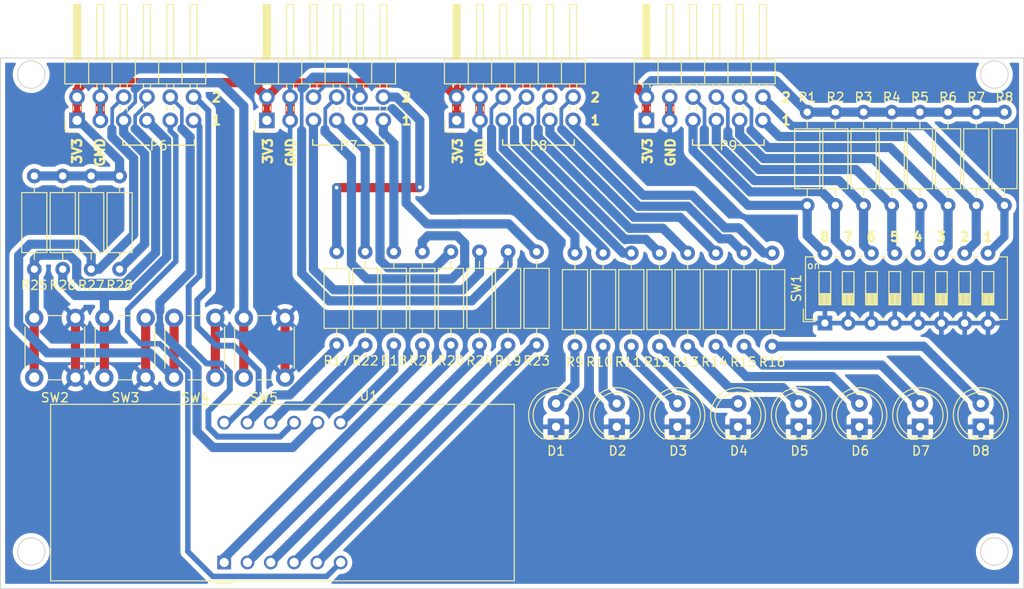
<source format=kicad_pcb>
(kicad_pcb (version 20211014) (generator pcbnew)
  (layers (0 "F.Cu" signal) (31 "B.Cu" signal) (34 "B.Paste" user) (35 "F.Paste" user) (36 "B.SilkS" user "B.Silkscreen") (37 "F.SilkS" user "F.Silkscreen") (38 "B.Mask" user) (39 "F.Mask" user) (44 "Edge.Cuts" user))
  (net 0 "")
  (net 1 "GND")
  (net 2 "Net-(D1-Pad2)")
  (net 3 "Net-(D2-Pad2)")
  (net 4 "Net-(D3-Pad2)")
  (net 5 "Net-(D4-Pad2)")
  (net 6 "Net-(D5-Pad2)")
  (net 7 "Net-(D6-Pad2)")
  (net 8 "Net-(D7-Pad2)")
  (net 9 "Net-(D8-Pad2)")
  (net 10 "/DISPLAY/1P6")
  (net 11 "/DISPLAY/2P6")
  (net 12 "/DISPLAY/3P6")
  (net 13 "/DISPLAY/4P6")
  (net 14 "/PIN_HEADER_8X4/5P6")
  (net 15 "/PIN_HEADER_8X4/6P6")
  (net 16 "/PIN_HEADER_8X4/7P6")
  (net 17 "/PIN_HEADER_8X4/8P6")
  (net 18 "+3V3")
  (net 19 "/DISPLAY/1P7")
  (net 20 "/DISPLAY/2P7")
  (net 21 "/DISPLAY/3P7")
  (net 22 "/DISPLAY/4P7")
  (net 23 "/DISPLAY/5P7")
  (net 24 "/DISPLAY/6P7")
  (net 25 "/DISPLAY/7P7")
  (net 26 "/DISPLAY/8P7")
  (net 27 "/LEDs/1P8")
  (net 28 "/LEDs/2P8")
  (net 29 "/LEDs/3P8")
  (net 30 "/LEDs/4P8")
  (net 31 "/LEDs/5P8")
  (net 32 "/LEDs/6P8")
  (net 33 "/LEDs/7P8")
  (net 34 "/LEDs/8P8")
  (net 35 "/DIP_SWITCH/1P9")
  (net 36 "/DIP_SWITCH/2P9")
  (net 37 "/DIP_SWITCH/3P9")
  (net 38 "/DIP_SWITCH/4P9")
  (net 39 "/DIP_SWITCH/5P9")
  (net 40 "/DIP_SWITCH/6P9")
  (net 41 "/DIP_SWITCH/7P9")
  (net 42 "/DIP_SWITCH/8P9")
  (net 43 "Net-(R17-Pad2)")
  (net 44 "Net-(R18-Pad2)")
  (net 45 "Net-(R19-Pad2)")
  (net 46 "Net-(R20-Pad2)")
  (net 47 "Net-(R21-Pad2)")
  (net 48 "Net-(R22-Pad2)")
  (net 49 "Net-(R23-Pad2)")
  (net 50 "Net-(R24-Pad2)")
  (footprint "Resistor_THT:R_Axial_DIN0207_L6.3mm_D2.5mm_P10.16mm_Horizontal" (layer "F.Cu") (at 175.78 114.46 -90)
    (fp_text reference "R16")
    (fp_text value "2.2K" hide)
  )
  (footprint "Resistor_THT:R_Axial_DIN0207_L6.3mm_D2.5mm_P10.16mm_Horizontal" (layer "F.Cu") (at 131.414285 114.32 -90)
    (fp_text reference "R22")
    (fp_text value "1K" hide)
  )
  (footprint "Button_Switch_THT:SW_PUSH_6mm" (layer "F.Cu") (at 122.68 121.53 -90)
    (fp_text reference "SW5")
    (fp_text value "SW_Push" hide)
  )
  (footprint "Resistor_THT:R_Axial_DIN0207_L6.3mm_D2.5mm_P10.16mm_Horizontal" (layer "F.Cu") (at 169.63714 114.46 -90)
    (fp_text reference "R14")
    (fp_text value "2.2K" hide)
  )
  (footprint "Resistor_THT:R_Axial_DIN0207_L6.3mm_D2.5mm_P10.16mm_Horizontal" (layer "F.Cu") (at 163.494284 114.46 -90)
    (fp_text reference "R12")
    (fp_text value "2.2K" hide)
  )
  (footprint "LED_THT:LED_D5.0mm" (layer "F.Cu") (at 198.52 133.405 90)
    (fp_text reference "D8")
    (fp_text value "LED" hide)
  )
  (footprint "LED_THT:LED_D5.0mm" (layer "F.Cu") (at 172.062855 133.405 90)
    (fp_text reference "D4")
    (fp_text value "LED" hide)
  )
  (footprint "Connector_PinHeader_2.54mm:PinHeader_2x06_P2.54mm_Horizontal" (layer "F.Cu") (at 141.38 100 90)
    (fp_text reference "J3" hide)
    (fp_text value locked "P8")
  )
  (footprint "Resistor_THT:R_Axial_DIN0207_L6.3mm_D2.5mm_P10.16mm_Horizontal" (layer "F.Cu") (at 137.642855 114.32 -90)
    (fp_text reference "R21")
    (fp_text value "1K" hide)
  )
  (footprint "Resistor_THT:R_Axial_DIN0207_L6.3mm_D2.5mm_P10.16mm_Horizontal" (layer "F.Cu") (at 104.64 106.06 -90)
    (fp_text reference "R28")
    (fp_text value "1K" hide)
  )
  (footprint "Resistor_THT:R_Axial_DIN0207_L6.3mm_D2.5mm_P10.16mm_Horizontal" (layer "F.Cu") (at 134.52857 114.32 -90)
    (fp_text reference "R18")
    (fp_text value "1K" hide)
  )
  (footprint "Resistor_THT:R_Axial_DIN0207_L6.3mm_D2.5mm_P10.16mm_Horizontal" (layer "F.Cu") (at 160.422856 114.46 -90)
    (fp_text reference "R11")
    (fp_text value "2.2K" hide)
  )
  (footprint "LED_THT:LED_D5.0mm" (layer "F.Cu") (at 191.90571 133.405 90)
    (fp_text reference "D7")
    (fp_text value "LED" hide)
  )
  (footprint "Resistor_THT:R_Axial_DIN0207_L6.3mm_D2.5mm_P10.16mm_Horizontal" (layer "F.Cu") (at 150.1 114.32 -90)
    (fp_text reference "R23")
    (fp_text value "1K" hide)
  )
  (footprint "Resistor_THT:R_Axial_DIN0207_L6.3mm_D2.5mm_P10.16mm_Horizontal" (layer "F.Cu") (at 188.814284 99.1 -90)
    (fp_text reference "R4")
    (fp_text value "1K" hide)
  )
  (footprint "Resistor_THT:R_Axial_DIN0207_L6.3mm_D2.5mm_P10.16mm_Horizontal" (layer "F.Cu") (at 172.708568 114.46 -90)
    (fp_text reference "R15")
    (fp_text value "2.2K" hide)
  )
  (footprint "Resistor_THT:R_Axial_DIN0207_L6.3mm_D2.5mm_P10.16mm_Horizontal" (layer "F.Cu") (at 185.742856 99.1 -90)
    (fp_text reference "R3")
    (fp_text value "1K" hide)
  )
  (footprint "Connector_PinHeader_2.54mm:PinHeader_2x06_P2.54mm_Horizontal" (layer "F.Cu") (at 100 100 90)
    (fp_text reference "J1" hide)
    (fp_text value locked "P6")
  )
  (footprint "LED_THT:LED_D5.0mm" (layer "F.Cu") (at 158.834285 133.405 90)
    (fp_text reference "D2")
    (fp_text value "LED" hide)
  )
  (footprint "Resistor_THT:R_Axial_DIN0207_L6.3mm_D2.5mm_P10.16mm_Horizontal" (layer "F.Cu") (at 146.98571 114.32 -90)
    (fp_text reference "R19")
    (fp_text value "1K" hide)
  )
  (footprint "Display_7Segment:CA56-12CGKWA" (layer "F.Cu") (at 116.04 148.1925 90)
    (fp_text reference "U1")
    (fp_text value "CA56-12CGKWA" hide)
  )
  (footprint "Button_Switch_THT:SW_PUSH_6mm" (layer "F.Cu") (at 115.08 121.53 -90)
    (fp_text reference "SW4")
    (fp_text value "SW_Push" hide)
  )
  (footprint "Resistor_THT:R_Axial_DIN0207_L6.3mm_D2.5mm_P10.16mm_Horizontal" (layer "F.Cu") (at 198.028568 99.1 -90)
    (fp_text reference "R7")
    (fp_text value "1K" hide)
  )
  (footprint "Resistor_THT:R_Axial_DIN0207_L6.3mm_D2.5mm_P10.16mm_Horizontal" (layer "F.Cu") (at 95.34 106.06 -90)
    (fp_text reference "R25")
    (fp_text value "1K" hide)
  )
  (footprint "Resistor_THT:R_Axial_DIN0207_L6.3mm_D2.5mm_P10.16mm_Horizontal" (layer "F.Cu") (at 194.95714 99.1 -90)
    (fp_text reference "R6")
    (fp_text value "1K" hide)
  )
  (footprint "Resistor_THT:R_Axial_DIN0207_L6.3mm_D2.5mm_P10.16mm_Horizontal" (layer "F.Cu") (at 157.351428 114.46 -90)
    (fp_text reference "R10")
    (fp_text value "2.2K" hide)
  )
  (footprint "Connector_PinHeader_2.54mm:PinHeader_2x06_P2.54mm_Horizontal" (layer "F.Cu") (at 120.69 100 90)
    (fp_text reference "J2" hide)
    (fp_text value locked "P7")
  )
  (footprint "Resistor_THT:R_Axial_DIN0207_L6.3mm_D2.5mm_P10.16mm_Horizontal" (layer "F.Cu") (at 179.6 99.1 -90)
    (fp_text reference "R1")
    (fp_text value "1K" hide)
  )
  (footprint "Resistor_THT:R_Axial_DIN0207_L6.3mm_D2.5mm_P10.16mm_Horizontal" (layer "F.Cu") (at 101.54 106.06 -90)
    (fp_text reference "R27")
    (fp_text value "1K" hide)
  )
  (footprint "Resistor_THT:R_Axial_DIN0207_L6.3mm_D2.5mm_P10.16mm_Horizontal" (layer "F.Cu") (at 182.671428 99.1 -90)
    (fp_text reference "R2")
    (fp_text value "1K" hide)
  )
  (footprint "Resistor_THT:R_Axial_DIN0207_L6.3mm_D2.5mm_P10.16mm_Horizontal" (layer "F.Cu") (at 191.885712 99.1 -90)
    (fp_text reference "R5")
    (fp_text value "1K" hide)
  )
  (footprint "Connector_PinHeader_2.54mm:PinHeader_2x06_P2.54mm_Horizontal" (layer "F.Cu") (at 162.07 100 90)
    (fp_text reference "J4" hide)
    (fp_text value locked "P9")
  )
  (footprint "LED_THT:LED_D5.0mm" (layer "F.Cu") (at 178.67714 133.405 90)
    (fp_text reference "D5")
    (fp_text value "LED" hide)
  )
  (footprint "Resistor_THT:R_Axial_DIN0207_L6.3mm_D2.5mm_P10.16mm_Horizontal" (layer "F.Cu") (at 166.565712 114.46 -90)
    (fp_text reference "R13")
    (fp_text value "2.2K" hide)
  )
  (footprint "Resistor_THT:R_Axial_DIN0207_L6.3mm_D2.5mm_P10.16mm_Horizontal" (layer "F.Cu") (at 143.871425 114.32 -90)
    (fp_text reference "R24")
    (fp_text value "1K" hide)
  )
  (footprint "Resistor_THT:R_Axial_DIN0207_L6.3mm_D2.5mm_P10.16mm_Horizontal" (layer "F.Cu") (at 154.28 114.46 -90)
    (fp_text reference "R9")
    (fp_text value "2.2K" hide)
  )
  (footprint "Resistor_THT:R_Axial_DIN0207_L6.3mm_D2.5mm_P10.16mm_Horizontal" (layer "F.Cu") (at 128.3 114.32 -90)
    (fp_text reference "R17")
    (fp_text value "1K" hide)
  )
  (footprint "Button_Switch_THT:SW_DIP_SPSTx08_Slide_6.7x21.88mm_W7.62mm_P2.54mm_LowProfile" (layer "F.Cu") (at 181.525 122.1 90)
    (fp_text reference "SW1")
    (fp_text value "SW_DIP_x08" hide)
  )
  (footprint "Resistor_THT:R_Axial_DIN0207_L6.3mm_D2.5mm_P10.16mm_Horizontal" (layer "F.Cu") (at 98.44 106.06 -90)
    (fp_text reference "R26")
    (fp_text value "1K" hide)
  )
  (footprint "Button_Switch_THT:SW_PUSH_6mm" (layer "F.Cu") (at 107.48 121.53 -90)
    (fp_text reference "SW3")
    (fp_text value "SW_Push" hide)
  )
  (footprint "Button_Switch_THT:SW_PUSH_6mm" (layer "F.Cu") (at 99.83 121.53 -90)
    (fp_text reference "SW2")
    (fp_text value "SW_Push" hide)
  )
  (footprint "Resistor_THT:R_Axial_DIN0207_L6.3mm_D2.5mm_P10.16mm_Horizontal" (layer "F.Cu") (at 140.75714 114.32 -90)
    (fp_text reference "R20")
    (fp_text value "1K" hide)
  )
  (footprint "Resistor_THT:R_Axial_DIN0207_L6.3mm_D2.5mm_P10.16mm_Horizontal" (layer "F.Cu") (at 201.1 99.1 -90)
    (fp_text reference "R8")
    (fp_text value "1K" hide)
  )
  (footprint "LED_THT:LED_D5.0mm" (layer "F.Cu") (at 185.291425 133.405 90)
    (fp_text reference "D6")
    (fp_text value "LED" hide)
  )
  (footprint "LED_THT:LED_D5.0mm" (layer "F.Cu") (at 152.22 133.405 90)
    (fp_text reference "D1")
    (fp_text value "LED" hide)
  )
  (footprint "LED_THT:LED_D5.0mm" (layer "F.Cu") (at 165.44857 133.405 90)
    (fp_text reference "D3")
    (fp_text value "LED" hide)
  )
  (gr_line locked (start 146.4 102.1) (end 146.4 102.7) (layer "F.SilkS") (width 0.15))
  (gr_line locked (start 146.4 102.7) (end 149.3 102.7) (layer "F.SilkS") (width 0.15))
  (gr_line locked (start 167.1 102.1) (end 167.1 102.7) (layer "F.SilkS") (width 0.15))
  (gr_line locked (start 125.7 102.7) (end 128.6 102.7) (layer "F.SilkS") (width 0.15))
  (gr_line locked (start 105 102.7) (end 107.9 102.7) (layer "F.SilkS") (width 0.15))
  (gr_line locked (start 130.6 102.7) (end 133.5 102.7) (layer "F.SilkS") (width 0.15))
  (gr_line locked (start 112.8 102.7) (end 112.8 102.1) (layer "F.SilkS") (width 0.15))
  (gr_line locked (start 133.5 102.7) (end 133.5 102.1) (layer "F.SilkS") (width 0.15))
  (gr_line locked (start 174.9 102.7) (end 174.9 102.1) (layer "F.SilkS") (width 0.15))
  (gr_line locked (start 172 102.7) (end 174.9 102.7) (layer "F.SilkS") (width 0.15))
  (gr_line locked (start 105 102.1) (end 105 102.7) (layer "F.SilkS") (width 0.15))
  (gr_line locked (start 151.3 102.7) (end 154.2 102.7) (layer "F.SilkS") (width 0.15))
  (gr_line locked (start 167.1 102.7) (end 170 102.7) (layer "F.SilkS") (width 0.15))
  (gr_line locked (start 154.2 102.7) (end 154.2 102.1) (layer "F.SilkS") (width 0.15))
  (gr_line locked (start 109.9 102.7) (end 112.8 102.7) (layer "F.SilkS") (width 0.15))
  (gr_line locked (start 125.7 102.1) (end 125.7 102.7) (layer "F.SilkS") (width 0.15))
  (gr_circle (center 200 95) (end 201.5 95) (layer "Edge.Cuts") (width 0.1) (fill none))
  (gr_circle (center 95 147) (end 96.5 147) (layer "Edge.Cuts") (width 0.1) (fill none))
  (gr_rect (start 91.65 151.03) (end 203.2 93.2) (layer "Edge.Cuts") (width 0.1) (fill none))
  (gr_circle (center 95 95) (end 96.5 95) (layer "Edge.Cuts") (width 0.1) (fill none))
  (gr_circle (center 200 147) (end 201.5 147) (layer "Edge.Cuts") (width 0.1) (fill none))
  (gr_text "1" (at 199.3 112.7) (layer "F.SilkS") (effects (font (size 1 1) (thickness 0.25))))
  (gr_text "1" (at 177.3 100) (layer "F.SilkS") (effects (font (size 1 1) (thickness 0.25))))
  (gr_text "3V3" (at 162.2 103.338453 90) (layer "F.SilkS") (effects (font (size 1 1) (thickness 0.25))))
  (gr_text "4" (at 191.671428 112.7) (layer "F.SilkS") (effects (font (size 1 1) (thickness 0.25))))
  (gr_text "GND" (at 102.5 103.48131 90) (layer "F.SilkS") (effects (font (size 1 1) (thickness 0.25))))
  (gr_text "6" (at 186.585714 112.7) (layer "F.SilkS") (effects (font (size 1 1) (thickness 0.25))))
  (gr_text "3V3" (at 141.5 103.338453 90) (layer "F.SilkS") (effects (font (size 1 1) (thickness 0.25))))
  (gr_text "7" (at 184.042857 112.7) (layer "F.SilkS") (effects (font (size 1 1) (thickness 0.25))))
  (gr_text "8" (at 181.5 112.7) (layer "F.SilkS") (effects (font (size 1 1) (thickness 0.25))))
  (gr_text "GND" (at 144 103.48131 90) (layer "F.SilkS") (effects (font (size 1 1) (thickness 0.25))))
  (gr_text "2" (at 156.5 97.5) (layer "F.SilkS") (effects (font (size 1 1) (thickness 0.25))))
  (gr_text "2" (at 135.9 97.5) (layer "F.SilkS") (effects (font (size 1 1) (thickness 0.25))))
  (gr_text "2" (at 196.757142 112.7) (layer "F.SilkS") (effects (font (size 1 1) (thickness 0.25))))
  (gr_text "5" (at 189.128571 112.7) (layer "F.SilkS") (effects (font (size 1 1) (thickness 0.25))))
  (gr_text "1" (at 115.2 100) (layer "F.SilkS") (effects (font (size 1 1) (thickness 0.25))))
  (gr_text "3V3" (at 120.8 103.338453 90) (layer "F.SilkS") (effects (font (size 1 1) (thickness 0.25))))
  (gr_text "1" (at 135.9 100) (layer "F.SilkS") (effects (font (size 1 1) (thickness 0.25))))
  (gr_text "GND" (at 123.3 103.48131 90) (layer "F.SilkS") (effects (font (size 1 1) (thickness 0.25))))
  (gr_text "2" (at 115.2 97.5) (layer "F.SilkS") (effects (font (size 1 1) (thickness 0.25))))
  (gr_text "GND" (at 164.7 103.48131 90) (layer "F.SilkS") (effects (font (size 1 1) (thickness 0.25))))
  (gr_text "3V3" (at 100 103.338453 90) (layer "F.SilkS") (effects (font (size 1 1) (thickness 0.25))))
  (gr_text "3" (at 194.214285 112.7) (layer "F.SilkS") (effects (font (size 1 1) (thickness 0.25))))
  (gr_text "2" (at 177.3 97.5) (layer "F.SilkS") (effects (font (size 1 1) (thickness 0.25))))
  (gr_text "1" (at 156.5 100) (layer "F.SilkS") (effects (font (size 1 1) (thickness 0.25))))
  (segment (start 102.54 97.46) (end 102.54 100) (width 1) (layer "F.Cu") (net 1))
  (segment (start 99.83 121.53) (end 99.83 128.03) (width 1) (layer "F.Cu") (net 1))
  (segment (start 107.48 128.03) (end 107.48 121.53) (width 1) (layer "F.Cu") (net 1))
  (segment (start 164.61 100) (end 164.61 97.46) (width 1) (layer "F.Cu") (net 1))
  (segment (start 143.92 100) (end 143.92 97.46) (width 1) (layer "F.Cu") (net 1))
  (segment (start 122.68 128.03) (end 122.68 121.53) (width 1) (layer "F.Cu") (net 1))
  (segment (start 123.23 97.46) (end 123.23 100) (width 1) (layer "F.Cu") (net 1))
  (segment (start 115.08 121.53) (end 115.08 128.03) (width 1) (layer "F.Cu") (net 1))
  (segment (start 154.28 124.62) (end 154.28 128.805) (width 1) (layer "B.Cu") (net 2))
  (segment (start 154.28 128.805) (end 152.22 130.865) (width 1) (layer "B.Cu") (net 2))
  (segment (start 157.351428 129.382143) (end 158.834285 130.865) (width 1) (layer "B.Cu") (net 3))
  (segment (start 157.351428 124.62) (end 157.351428 129.382143) (width 1) (layer "B.Cu") (net 3))
  (segment (start 160.422856 125.839286) (end 165.44857 130.865) (width 1) (layer "B.Cu") (net 4))
  (segment (start 160.422856 124.62) (end 160.422856 125.839286) (width 1) (layer "B.Cu") (net 4))
  (segment (start 169.739284 130.865) (end 172.062855 130.865) (width 1) (layer "B.Cu") (net 5))
  (segment (start 163.494284 124.62) (end 169.739284 130.865) (width 1) (layer "B.Cu") (net 5))
  (segment (start 166.565712 124.62) (end 171.075712 129.13) (width 1) (layer "B.Cu") (net 6))
  (segment (start 176.94214 129.13) (end 178.67714 130.865) (width 1) (layer "B.Cu") (net 6))
  (segment (start 171.075712 129.13) (end 176.94214 129.13) (width 1) (layer "B.Cu") (net 6))
  (segment (start 169.63714 124.62) (end 172.94714 127.93) (width 1) (layer "B.Cu") (net 7))
  (segment (start 182.356425 127.93) (end 185.291425 130.865) (width 1) (layer "B.Cu") (net 7))
  (segment (start 172.94714 127.93) (end 182.356425 127.93) (width 1) (layer "B.Cu") (net 7))
  (segment (start 187.71071 126.67) (end 191.90571 130.865) (width 1) (layer "B.Cu") (net 8))
  (segment (start 172.708568 124.62) (end 174.758568 126.67) (width 1) (layer "B.Cu") (net 8))
  (segment (start 174.758568 126.67) (end 187.71071 126.67) (width 1) (layer "B.Cu") (net 8))
  (segment (start 192.275 124.62) (end 198.52 130.865) (width 1) (layer "B.Cu") (net 9))
  (segment (start 175.78 124.62) (end 192.275 124.62) (width 1) (layer "B.Cu") (net 9))
  (segment (start 113.355 100.655) (end 113.355 116.944568) (width 0.65) (layer "B.Cu") (net 10))
  (segment (start 115.33 134.48) (end 122.1325 134.48) (width 0.65) (layer "B.Cu") (net 10))
  (segment (start 114.32 131.7) (end 114.32 133.47) (width 0.65) (layer "B.Cu") (net 10))
  (segment (start 122.1325 134.48) (end 123.66 132.9525) (width 0.65) (layer "B.Cu") (net 10))
  (segment (start 115.711676 126.505) (end 116.655 127.448324) (width 0.65) (layer "B.Cu") (net 10))
  (segment (start 112.17 118.129568) (end 112.17 124.55) (width 0.65) (layer "B.Cu") (net 10))
  (segment (start 112.17 124.55) (end 114.125 126.505) (width 0.65) (layer "B.Cu") (net 10))
  (segment (start 112.7 100) (end 113.355 100.655) (width 0.65) (layer "B.Cu") (net 10))
  (segment (start 114.125 126.505) (end 115.711676 126.505) (width 0.65) (layer "B.Cu") (net 10))
  (segment (start 116.655 129.365) (end 114.32 131.7) (width 0.65) (layer "B.Cu") (net 10))
  (segment (start 116.655 127.448324) (end 116.655 129.365) (width 0.65) (layer "B.Cu") (net 10))
  (segment (start 114.32 133.47) (end 115.33 134.48) (width 0.65) (layer "B.Cu") (net 10))
  (segment (start 113.355 116.944568) (end 112.17 118.129568) (width 0.65) (layer "B.Cu") (net 10))
  (segment (start 113.11 122.5) (end 115.17 124.56) (width 0.65) (layer "B.Cu") (net 11))
  (segment (start 112.84 97.46) (end 114.305 98.925) (width 0.65) (layer "B.Cu") (net 11))
  (segment (start 116.4975 132.9525) (end 116.04 132.9525) (width 0.65) (layer "B.Cu") (net 11))
  (segment (start 119.8 129.65) (end 116.4975 132.9525) (width 0.65) (layer "B.Cu") (net 11))
  (segment (start 114.305 118.395) (end 113.11 119.59) (width 0.65) (layer "B.Cu") (net 11))
  (segment (start 115.17 124.56) (end 117.08 124.56) (width 0.65) (layer "B.Cu") (net 11))
  (segment (start 114.305 98.925) (end 114.305 118.395) (width 0.65) (layer "B.Cu") (net 11))
  (segment (start 113.11 119.59) (end 113.11 122.5) (width 0.65) (layer "B.Cu") (net 11))
  (segment (start 119.8 127.28) (end 119.8 129.65) (width 0.65) (layer "B.Cu") (net 11))
  (segment (start 112.7 97.46) (end 112.84 97.46) (width 0.65) (layer "B.Cu") (net 11))
  (segment (start 117.08 124.56) (end 119.8 127.28) (width 0.65) (layer "B.Cu") (net 11))
  (segment (start 109.021321 124.35) (end 112.08 127.408679) (width 0.6) (layer "B.Cu") (net 12))
  (segment (start 110.16 101.125786) (end 110.770001 101.735787) (width 0.6) (layer "B.Cu") (net 12))
  (segment (start 112.08 127.408679) (end 112.08 147) (width 0.6) (layer "B.Cu") (net 12))
  (segment (start 114.79 149.71) (end 127.2225 149.71) (width 0.6) (layer "B.Cu") (net 12))
  (segment (start 110.770001 115.369999) (end 105.52 120.62) (width 0.6) (layer "B.Cu") (net 12))
  (segment (start 112.08 147) (end 114.79 149.71) (width 0.6) (layer "B.Cu") (net 12))
  (segment (start 106.91 124.35) (end 109.021321 124.35) (width 0.6) (layer "B.Cu") (net 12))
  (segment (start 110.16 100) (end 110.16 101.125786) (width 0.6) (layer "B.Cu") (net 12))
  (segment (start 127.2225 149.71) (end 128.74 148.1925) (width 0.6) (layer "B.Cu") (net 12))
  (segment (start 110.770001 101.735787) (end 110.770001 115.369999) (width 0.6) (layer "B.Cu") (net 12))
  (segment (start 105.52 122.96) (end 106.91 124.35) (width 0.6) (layer "B.Cu") (net 12))
  (segment (start 105.52 120.62) (end 105.52 122.96) (width 0.6) (layer "B.Cu") (net 12))
  (segment (start 110.16 97.46) (end 111.423984 98.723984) (width 0.4) (layer "B.Cu") (net 13))
  (segment (start 126.2 132.9525) (end 123.4925 135.66) (width 1) (layer "B.Cu") (net 13))
  (segment (start 111.423984 100.916016) (end 112.33 101.822032) (width 1) (layer "B.Cu") (net 13))
  (segment (start 111.423984 98.723984) (end 111.423984 100.916016) (width 0.4) (layer "B.Cu") (net 13))
  (segment (start 113.08 133.93) (end 113.080001 126.994466) (width 1) (layer "B.Cu") (net 13))
  (segment (start 112.33 116.52) (end 109.03 119.82) (width 1) (layer "B.Cu") (net 13))
  (segment (start 112.33 101.822032) (end 112.33 116.52) (width 1) (layer "B.Cu") (net 13))
  (segment (start 109.03 120.78) (end 109.03 122.29) (width 0.7) (layer "B.Cu") (net 13))
  (segment (start 123.4925 135.66) (end 114.81 135.66) (width 1) (layer "B.Cu") (net 13))
  (segment (start 113.080001 126.994466) (end 108.982918 122.897383) (width 1) (layer "B.Cu") (net 13))
  (segment (start 109.03 119.82) (end 109.03 120.78) (width 1) (layer "B.Cu") (net 13))
  (segment (start 108.982918 122.897383) (end 108.982918 122.337082) (width 1) (layer "B.Cu") (net 13))
  (segment (start 114.81 135.66) (end 113.08 133.93) (width 1) (layer "B.Cu") (net 13))
  (segment (start 109.03 122.29) (end 108.982918 122.337082) (width 0.6) (layer "B.Cu") (net 13))
  (segment (start 102.98 121.53) (end 102.98 128.03) (width 1) (layer "F.Cu") (net 14))
  (segment (start 109.77 102.15) (end 109.77 114.908377) (width 1) (layer "B.Cu") (net 14))
  (segment (start 105.588377 119.09) (end 103.1 119.09) (width 1) (layer "B.Cu") (net 14))
  (segment (start 98.44 117.74) (end 98.44 116.22) (width 1) (layer "B.Cu") (net 14))
  (segment (start 99.79 119.09) (end 98.44 117.74) (width 1) (layer "B.Cu") (net 14))
  (segment (start 102.98 119.21) (end 102.98 121.53) (width 1) (layer "B.Cu") (net 14))
  (segment (start 107.62 100) (end 109.77 102.15) (width 1) (layer "B.Cu") (net 14))
  (segment (start 109.77 114.908377) (end 105.588377 119.09) (width 1) (layer "B.Cu") (net 14))
  (segment (start 103.1 119.09) (end 102.98 119.21) (width 1) (layer "B.Cu") (net 14))
  (segment (start 103.1 119.09) (end 99.79 119.09) (width 1) (layer "B.Cu") (net 14))
  (segment (start 95.33 128.03) (end 95.33 121.53) (width 1) (layer "F.Cu") (net 15))
  (segment (start 108.57 114.411321) (end 108.57 103.16) (width 1) (layer "B.Cu") (net 15))
  (segment (start 99.96 115.49) (end 99.96 117.12) (width 1) (layer "B.Cu") (net 15))
  (segment (start 106.33 99.51) (end 106.33 100.92) (width 0.4) (layer "B.Cu") (net 15))
  (segment (start 95.34 116.22) (end 95.34 121.52) (width 1) (layer "B.Cu") (net 15))
  (segment (start 107.62 97.46) (end 107.62 98.22) (width 0.4) (layer "B.Cu") (net 15))
  (segment (start 95.82 114.7) (end 99.17 114.7) (width 1) (layer "B.Cu") (net 15))
  (segment (start 95.34 116.22) (end 95.34 115.18) (width 1) (layer "B.Cu") (net 15))
  (segment (start 95.34 121.52) (end 95.33 121.53) (width 1) (layer "B.Cu") (net 15))
  (segment (start 100.6 117.76) (end 105.221321 117.76) (width 1) (layer "B.Cu") (net 15))
  (segment (start 105.221321 117.76) (end 108.57 114.411321) (width 1) (layer "B.Cu") (net 15))
  (segment (start 99.17 114.7) (end 99.96 115.49) (width 1) (layer "B.Cu") (net 15))
  (segment (start 95.34 115.18) (end 95.82 114.7) (width 1) (layer "B.Cu") (net 15))
  (segment (start 99.96 117.12) (end 100.6 117.76) (width 1) (layer "B.Cu") (net 15))
  (segment (start 107.62 98.22) (end 106.33 99.51) (width 0.4) (layer "B.Cu") (net 15))
  (segment (start 108.57 103.16) (end 106.33 100.92) (width 1) (layer "B.Cu") (net 15))
  (segment (start 118.18 121.53) (end 118.18 128.03) (width 1) (layer "F.Cu") (net 16))
  (segment (start 118.18 118.84) (end 118.18 98.44) (width 1) (layer "B.Cu") (net 16))
  (segment (start 115.63 95.89) (end 106.997968 95.89) (width 1) (layer "B.Cu") (net 16))
  (segment (start 118.18 98.44) (end 115.63 95.89) (width 1) (layer "B.Cu") (net 16))
  (segment (start 107.37 103.657056) (end 107.37 113.49) (width 1) (layer "B.Cu") (net 16))
  (segment (start 105.08 100) (end 105.08 101.367056) (width 1) (layer "B.Cu") (net 16))
  (segment (start 106.997968 95.89) (end 106.343984 96.543984) (width 1) (layer "B.Cu") (net 16))
  (segment (start 118.18 118.84) (end 118.18 121.53) (width 1) (layer "B.Cu") (net 16))
  (segment (start 105.08 100) (end 105.08 99.267767) (width 0.4) (layer "B.Cu") (net 16))
  (segment (start 105.08 101.367056) (end 107.37 103.657056) (width 1) (layer "B.Cu") (net 16))
  (segment (start 105.08 99.267767) (end 106.343984 98.003783) (width 0.4) (layer "B.Cu") (net 16))
  (segment (start 107.37 113.49) (end 104.64 116.22) (width 1) (layer "B.Cu") (net 16))
  (segment (start 106.343984 98.003783) (end 106.343984 96.543984) (width 0.4) (layer "B.Cu") (net 16))
  (segment (start 110.58 128.03) (end 110.58 121.53) (width 1) (layer "F.Cu") (net 17))
  (segment (start 107.9 125.35) (end 110.58 128.03) (width 1) (layer "B.Cu") (net 17))
  (segment (start 101.54 116.22) (end 102.39 116.22) (width 1) (layer "B.Cu") (net 17))
  (segment (start 105.08 97.46) (end 103.83 98.71) (width 0.4) (layer "B.Cu") (net 17))
  (segment (start 103.83 100.902032) (end 103.801016 100.931016) (width 0.4) (layer "B.Cu") (net 17))
  (segment (start 103.801016 101.785128) (end 103.801016 100.931016) (width 1) (layer "B.Cu") (net 17))
  (segment (start 100.28 113.5) (end 94.86 113.5) (width 1) (layer "B.Cu") (net 17))
  (segment (start 106.17 104.154112) (end 103.801016 101.785128) (width 1) (layer "B.Cu") (net 17))
  (segment (start 94.86 113.5) (end 93.63 114.73) (width 1) (layer "B.Cu") (net 17))
  (segment (start 93.63 122.234164) (end 96.745836 125.35) (width 1) (layer "B.Cu") (net 17))
  (segment (start 96.745836 125.35) (end 107.9 125.35) (width 1) (layer "B.Cu") (net 17))
  (segment (start 101.54 114.76) (end 100.28 113.5) (width 1) (layer "B.Cu") (net 17))
  (segment (start 103.83 98.71) (end 103.83 100.902032) (width 0.4) (layer "B.Cu") (net 17))
  (segment (start 93.63 114.73) (end 93.63 122.234164) (width 1) (layer "B.Cu") (net 17))
  (segment (start 101.54 116.22) (end 101.54 114.76) (width 1) (layer "B.Cu") (net 17))
  (segment (start 102.39 116.22) (end 106.17 112.44) (width 1) (layer "B.Cu") (net 17))
  (segment (start 106.17 112.44) (end 106.17 104.154112) (width 1) (layer "B.Cu") (net 17))
  (segment (start 139.83 95.91) (end 141.38 97.46) (width 1) (layer "F.Cu") (net 18))
  (segment (start 142.17 95.91) (end 160.52 95.91) (width 1) (layer "F.Cu") (net 18))
  (segment (start 141.38 96.7) (end 142.17 95.91) (width 1) (layer "F.Cu") (net 18))
  (segment (start 141.38 97.46) (end 141.38 96.7) (width 1) (layer "F.Cu") (net 18))
  (segment (start 119.11 95.88) (end 120.69 97.46) (width 1) (layer "F.Cu") (net 18))
  (segment (start 122.24 95.91) (end 139.83 95.91) (width 1) (layer "F.Cu") (net 18))
  (segment (start 120.69 100) (end 120.69 97.46) (width 1) (layer "F.Cu") (net 18))
  (segment (start 162.07 97.46) (end 162.07 100) (width 1) (layer "F.Cu") (net 18))
  (segment (start 100.77 95.88) (end 119.11 95.88) (width 1) (layer "F.Cu") (net 18))
  (segment (start 141.38 100) (end 141.38 97.46) (width 1) (layer "F.Cu") (net 18))
  (segment (start 100 96.65) (end 100.77 95.88) (width 1) (layer "F.Cu") (net 18))
  (segment (start 120.69 97.46) (end 122.24 95.91) (width 1) (layer "F.Cu") (net 18))
  (segment (start 100 97.46) (end 100 96.65) (width 1) (layer "F.Cu") (net 18))
  (segment (start 160.52 95.91) (end 162.07 97.46) (width 1) (layer "F.Cu") (net 18))
  (segment (start 100 97.46) (end 100 100) (width 1) (layer "F.Cu") (net 18))
  (segment (start 104.64 106.06) (end 95.34 106.06) (width 1) (layer "B.Cu") (net 18))
  (segment (start 162.07 96.21) (end 162.61 95.67) (width 1) (layer "B.Cu") (net 18))
  (segment (start 100 100) (end 100.23 100) (width 1) (layer "B.Cu") (net 18))
  (segment (start 176.17 95.67) (end 179.6 99.1) (width 1) (layer "B.Cu") (net 18))
  (segment (start 104.64 104.41) (end 104.64 106.06) (width 1) (layer "B.Cu") (net 18))
  (segment (start 100.23 100) (end 104.64 104.41) (width 1) (layer "B.Cu") (net 18))
  (segment (start 162.61 95.67) (end 176.17 95.67) (width 1) (layer "B.Cu") (net 18))
  (segment (start 162.07 97.46) (end 162.07 96.21) (width 1) (layer "B.Cu") (net 18))
  (segment (start 201.1 99.1) (end 179.6 99.1) (width 1) (layer "B.Cu") (net 18))
  (segment (start 133.39 100) (end 133.39 101.36) (width 1) (layer "B.Cu") (net 19))
  (segment (start 134.54 102.51) (end 134.54 114.30857) (width 1) (layer "B.Cu") (net 19))
  (segment (start 134.54 114.30857) (end 134.52857 114.32) (width 1) (layer "B.Cu") (net 19))
  (segment (start 133.39 101.36) (end 134.54 102.51) (width 1) (layer "B.Cu") (net 19))
  (segment (start 128.29 107.33) (end 137.32 107.33) (width 1) (layer "F.Cu") (net 20))
  (segment (start 137.32 107.33) (end 137.37 107.28) (width 1) (layer "F.Cu") (net 20))
  (via (at 128.29 107.33) (size 0.8) (drill 0.4) (layers "F.Cu" "B.Cu") (net 20))
  (via (at 137.37 107.28) (size 0.8) (drill 0.4) (layers "F.Cu" "B.Cu") (net 20))
  (segment (start 137.37 100.002944) (end 134.827056 97.46) (width 1) (layer "B.Cu") (net 20))
  (segment (start 128.3 107.34) (end 128.29 107.33) (width 1) (layer "B.Cu") (net 20))
  (segment (start 128.3 114.32) (end 128.3 107.34) (width 1) (layer "B.Cu") (net 20))
  (segment (start 134.827056 97.46) (end 133.39 97.46) (width 1) (layer "B.Cu") (net 20))
  (segment (start 137.37 107.28) (end 137.37 100.002944) (width 1) (layer "B.Cu") (net 20))
  (segment (start 130.85 100) (end 130.85 100.56) (width 1) (layer "B.Cu") (net 21))
  (segment (start 139.00714 116.07) (end 140.75714 114.32) (width 1) (layer "B.Cu") (net 21))
  (segment (start 133.02857 102.73857) (end 133.02857 115.20857) (width 1) (layer "B.Cu") (net 21))
  (segment (start 130.85 100.56) (end 133.02857 102.73857) (width 1) (layer "B.Cu") (net 21))
  (segment (start 133.89 116.07) (end 139.00714 116.07) (width 1) (layer "B.Cu") (net 21))
  (segment (start 133.02857 115.20857) (end 133.89 116.07) (width 1) (layer "B.Cu") (net 21))
  (segment (start 127.482944 119.67) (end 124.49 116.677056) (width 1) (layer "B.Cu") (net 22))
  (segment (start 124.49 96.547968) (end 124.49 101.1) (width 0.4) (layer "B.Cu") (net 22))
  (segment (start 130.85 97.46) (end 130.85 96.787208) (width 1) (layer "B.Cu") (net 22))
  (segment (start 129.352792 95.29) (end 125.747968 95.29) (width 1) (layer "B.Cu") (net 22))
  (segment (start 143.02 119.67) (end 129.47 119.67) (width 1) (layer "B.Cu") (net 22))
  (segment (start 130.85 96.787208) (end 129.352792 95.29) (width 1) (layer "B.Cu") (net 22))
  (segment (start 124.513984 96.523984) (end 124.49 96.547968) (width 0.4) (layer "B.Cu") (net 22))
  (segment (start 124.49 116.677056) (end 124.49 114.59) (width 1) (layer "B.Cu") (net 22))
  (segment (start 143.04 119.65) (end 143.02 119.67) (width 1) (layer "B.Cu") (net 22))
  (segment (start 146.98571 114.32) (end 146.98571 115.70429) (width 1) (layer "B.Cu") (net 22))
  (segment (start 124.49 114.59) (end 124.49 101.1) (width 1) (layer "B.Cu") (net 22))
  (segment (start 125.747968 95.29) (end 124.513984 96.523984) (width 1) (layer "B.Cu") (net 22))
  (segment (start 129.47 119.67) (end 127.482944 119.67) (width 1) (layer "B.Cu") (net 22))
  (segment (start 146.98571 115.70429) (end 143.04 119.65) (width 1) (layer "B.Cu") (net 22))
  (segment (start 128.31 100.13) (end 128.31 100) (width 1) (layer "B.Cu") (net 23))
  (segment (start 131.414285 114.32) (end 131.414285 103.234285) (width 1) (layer "B.Cu") (net 23))
  (segment (start 131.414285 103.234285) (end 128.31 100.13) (width 1) (layer "B.Cu") (net 23))
  (segment (start 129.914285 104.134285) (end 127.03 101.25) (width 1) (layer "B.Cu") (net 24))
  (segment (start 137.642855 113.197145) (end 138.26 112.58) (width 1) (layer "B.Cu") (net 24))
  (segment (start 127.06 100.97) (end 127.03 101) (width 0.4) (layer "B.Cu") (net 24))
  (segment (start 138.26 112.58) (end 141.43 112.58) (width 1) (layer "B.Cu") (net 24))
  (segment (start 137.642855 114.32) (end 137.642855 113.197145) (width 1) (layer "B.Cu") (net 24))
  (segment (start 128.31 97.46) (end 127.06 98.71) (width 0.4) (layer "B.Cu") (net 24))
  (segment (start 129.914285 115.614285) (end 129.914285 104.134285) (width 1) (layer "B.Cu") (net 24))
  (segment (start 141.43 112.58) (end 142.25714 113.40714) (width 1) (layer "B.Cu") (net 24))
  (segment (start 131.57 117.27) (end 129.914285 115.614285) (width 1) (layer "B.Cu") (net 24))
  (segment (start 140.86 117.27) (end 131.57 117.27) (width 1) (layer "B.Cu") (net 24))
  (segment (start 142.25714 115.87286) (end 140.86 117.27) (width 1) (layer "B.Cu") (net 24))
  (segment (start 142.25714 113.40714) (end 142.25714 115.87286) (width 1) (layer "B.Cu") (net 24))
  (segment (start 127.03 101.25) (end 127.03 101) (width 1) (layer "B.Cu") (net 24))
  (segment (start 127.06 98.71) (end 127.06 100.97) (width 0.4) (layer "B.Cu") (net 24))
  (segment (start 142.07 118.47) (end 127.98 118.47) (width 1) (layer "B.Cu") (net 25))
  (segment (start 143.871425 116.668575) (end 142.07 118.47) (width 1) (layer "B.Cu") (net 25))
  (segment (start 143.871425 114.32) (end 143.871425 116.668575) (width 1) (layer "B.Cu") (net 25))
  (segment (start 125.77 116.26) (end 125.77 100) (width 1) (layer "B.Cu") (net 25))
  (segment (start 127.98 118.47) (end 125.77 116.26) (width 1) (layer "B.Cu") (net 25))
  (segment (start 138.14 111.29) (end 141.72 111.29) (width 1) (layer "B.Cu") (net 26))
  (segment (start 129.58 96.79) (end 129.58 98.15) (width 0.4) (layer "B.Cu") (net 26))
  (segment (start 135.87 109.02) (end 138.14 111.29) (width 1) (layer "B.Cu") (net 26))
  (segment (start 134.38 98.71) (end 135.87 100.2) (width 1) (layer "B.Cu") (net 26))
  (segment (start 130.14 98.71) (end 134.38 98.71) (width 0.4) (layer "B.Cu") (net 26))
  (segment (start 127.04 96.19) (end 128.98 96.19) (width 0.4) (layer "B.Cu") (net 26))
  (segment (start 125.77 97.46) (end 127.04 96.19) (width 0.4) (layer "B.Cu") (net 26))
  (segment (start 129.58 98.15) (end 130.14 98.71) (width 0.4) (layer "B.Cu") (net 26))
  (segment (start 135.87 100.2) (end 135.87 109.02) (width 1) (layer "B.Cu") (net 26))
  (segment (start 141.72 111.29) (end 141.73 111.28) (width 1) (layer "B.Cu") (net 26))
  (segment (start 141.73 111.28) (end 147.06 111.28) (width 1) (layer "B.Cu") (net 26))
  (segment (start 147.06 111.28) (end 150.1 114.32) (width 1) (layer "B.Cu") (net 26))
  (segment (start 128.98 96.19) (end 129.58 96.79) (width 0.4) (layer "B.Cu") (net 26))
  (segment (start 170.62 111.71) (end 172.12 111.71) (width 1) (layer "B.Cu") (net 27))
  (segment (start 174.87 114.46) (end 175.78 114.46) (width 1) (layer "B.Cu") (net 27))
  (segment (start 172.12 111.71) (end 174.87 114.46) (width 1) (layer "B.Cu") (net 27))
  (segment (start 167.07 108.16) (end 170.62 111.71) (width 1) (layer "B.Cu") (net 27))
  (segment (start 154.08 100.532944) (end 161.707056 108.16) (width 1) (layer "B.Cu") (net 27))
  (segment (start 161.707056 108.16) (end 167.07 108.16) (width 1) (layer "B.Cu") (net 27))
  (segment (start 154.08 100) (end 154.08 100.532944) (width 1) (layer "B.Cu") (net 27))
  (segment (start 161.21 109.36) (end 152.83 100.98) (width 1) (layer "B.Cu") (net 28))
  (segment (start 166.572944 109.36) (end 161.21 109.36) (width 1) (layer "B.Cu") (net 28))
  (segment (start 152.79 98.75) (end 152.79 100.94) (width 0.4) (layer "B.Cu") (net 28))
  (segment (start 171.158568 112.91) (end 170.122944 112.91) (width 1) (layer "B.Cu") (net 28))
  (segment (start 152.79 100.94) (end 152.83 100.98) (width 0.4) (layer "B.Cu") (net 28))
  (segment (start 172.708568 114.46) (end 171.158568 112.91) (width 1) (layer "B.Cu") (net 28))
  (segment (start 154.08 97.46) (end 152.79 98.75) (width 0.4) (layer "B.Cu") (net 28))
  (segment (start 170.122944 112.91) (end 166.572944 109.36) (width 1) (layer "B.Cu") (net 28))
  (segment (start 151.54 100) (end 151.54 101.387056) (width 1) (layer "B.Cu") (net 29))
  (segment (start 151.54 101.387056) (end 160.712944 110.56) (width 1) (layer "B.Cu") (net 29))
  (segment (start 165.73714 110.56) (end 169.63714 114.46) (width 1) (layer "B.Cu") (net 29))
  (segment (start 160.712944 110.56) (end 165.73714 110.56) (width 1) (layer "B.Cu") (net 29))
  (segment (start 160.215888 111.76) (end 150.271016 101.815128) (width 1) (layer "B.Cu") (net 30))
  (segment (start 150.29 100.904064) (end 150.271016 100.923048) (width 0.4) (layer "B.Cu") (net 30))
  (segment (start 166.565712 114.46) (end 163.865712 111.76) (width 1) (layer "B.Cu") (net 30))
  (segment (start 150.29 98.71) (end 150.29 100.904064) (width 0.4) (layer "B.Cu") (net 30))
  (segment (start 151.54 97.46) (end 150.29 98.71) (width 0.4) (layer "B.Cu") (net 30))
  (segment (start 163.865712 111.76) (end 160.215888 111.76) (width 1) (layer "B.Cu") (net 30))
  (segment (start 150.271016 101.815128) (end 150.271016 100.923048) (width 1) (layer "B.Cu") (net 30))
  (segment (start 149 100) (end 149 102.241168) (width 1) (layer "B.Cu") (net 31))
  (segment (start 159.760184 113.001352) (end 159.801535 112.96) (width 1) (layer "B.Cu") (net 31))
  (segment (start 159.801535 112.96) (end 161.994284 112.96) (width 1) (layer "B.Cu") (net 31))
  (segment (start 161.994284 112.96) (end 163.494284 114.46) (width 1) (layer "B.Cu") (net 31))
  (segment (start 149 102.241168) (end 159.760184 113.001352) (width 1) (layer "B.Cu") (net 31))
  (segment (start 147.69 102.628224) (end 147.69 100.96) (width 1) (layer "B.Cu") (net 32))
  (segment (start 149 97.46) (end 147.74 98.72) (width 0.4) (layer "B.Cu") (net 32))
  (segment (start 159.521776 114.46) (end 147.69 102.628224) (width 1) (layer "B.Cu") (net 32))
  (segment (start 147.74 100.91) (end 147.69 100.96) (width 0.4) (layer "B.Cu") (net 32))
  (segment (start 160.422856 114.46) (end 159.521776 114.46) (width 1) (layer "B.Cu") (net 32))
  (segment (start 147.74 98.72) (end 147.74 100.91) (width 0.4) (layer "B.Cu") (net 32))
  (segment (start 157.351428 113.986708) (end 157.351428 114.46) (width 1) (layer "B.Cu") (net 33))
  (segment (start 146.46 100) (end 146.46 103.09528) (width 1) (layer "B.Cu") (net 33))
  (segment (start 146.46 103.09528) (end 157.351428 113.986708) (width 1) (layer "B.Cu") (net 33))
  (segment (start 145.17 100.91) (end 145.19 100.93) (width 0.4) (layer "B.Cu") (net 34))
  (segment (start 154.28 114.46) (end 154.28 112.612336) (width 1) (layer "B.Cu") (net 34))
  (segment (start 145.19 103.522336) (end 145.19 100.93) (width 1) (layer "B.Cu") (net 34))
  (segment (start 146.46 97.46) (end 145.17 98.75) (width 0.4) (layer "B.Cu") (net 34))
  (segment (start 154.28 112.612336) (end 145.19 103.522336) (width 1) (layer "B.Cu") (net 34))
  (segment (start 145.17 98.75) (end 145.17 100.91) (width 0.4) (layer "B.Cu") (net 34))
  (segment (start 190.528568 101.76) (end 198.028568 109.26) (width 1) (layer "B.Cu") (net 35))
  (segment (start 176.53 101.76) (end 190.528568 101.76) (width 1) (layer "B.Cu") (net 35))
  (segment (start 198.028568 113.216432) (end 196.765 114.48) (width 1) (layer "B.Cu") (net 35))
  (segment (start 198.028568 109.26) (end 198.028568 113.216432) (width 1) (layer "B.Cu") (net 35))
  (segment (start 174.77 100) (end 176.53 101.76) (width 1) (layer "B.Cu") (net 35))
  (segment (start 174.77 97.46) (end 177.92 100.61) (width 0.9) (layer "B.Cu") (net 36))
  (segment (start 201.1 109.26) (end 201.1 112.685) (width 0.9) (layer "B.Cu") (net 36))
  (segment (start 177.92 100.61) (end 192.45 100.61) (width 0.9) (layer "B.Cu") (net 36))
  (segment (start 201.1 112.685) (end 199.305 114.48) (width 0.9) (layer "B.Cu") (net 36))
  (segment (start 192.45 100.61) (end 201.1 109.26) (width 0.9) (layer "B.Cu") (net 36))
  (segment (start 172.23 101.557056) (end 174.832944 104.16) (width 1) (layer "B.Cu") (net 37))
  (segment (start 191.885712 114.279288) (end 191.685 114.48) (width 1) (layer "B.Cu") (net 37))
  (segment (start 191.885712 109.26) (end 191.885712 114.279288) (width 1) (layer "B.Cu") (net 37))
  (segment (start 174.832944 104.16) (end 186.785712 104.16) (width 1) (layer "B.Cu") (net 37))
  (segment (start 172.23 100) (end 172.23 101.557056) (width 1) (layer "B.Cu") (net 37))
  (segment (start 186.785712 104.16) (end 191.885712 109.26) (width 1) (layer "B.Cu") (net 37))
  (segment (start 188.65714 102.96) (end 175.33 102.96) (width 1) (layer "B.Cu") (net 38))
  (segment (start 175.33 102.96) (end 173.47 101.1) (width 1) (layer "B.Cu") (net 38))
  (segment (start 173.52 98.75) (end 173.52 101.04) (width 0.4) (layer "B.Cu") (net 38))
  (segment (start 194.95714 109.26) (end 188.65714 102.96) (width 1) (layer "B.Cu") (net 38))
  (segment (start 172.23 97.46) (end 173.52 98.75) (width 0.4) (layer "B.Cu") (net 38))
  (segment (start 173.52 101.04) (end 173.47 101.09) (width 0.4) (layer "B.Cu") (net 38))
  (segment (start 173.47 101.1) (end 173.47 101.09) (width 1) (layer "B.Cu") (net 38))
  (segment (start 194.95714 113.74786) (end 194.225 114.48) (width 1) (layer "B.Cu") (net 38))
  (segment (start 194.95714 109.26) (end 194.95714 113.74786) (width 1) (layer "B.Cu") (net 38))
  (segment (start 169.69 100) (end 169.69 102.411168) (width 1) (layer "B.Cu") (net 39))
  (segment (start 183.042856 106.56) (end 185.742856 109.26) (width 1) (layer "B.Cu") (net 39))
  (segment (start 173.838832 106.56) (end 183.042856 106.56) (width 1) (layer "B.Cu") (net 39))
  (segment (start 169.69 102.411168) (end 173.838832 106.56) (width 1) (layer "B.Cu") (net 39))
  (segment (start 185.742856 113.617856) (end 186.605 114.48) (width 1) (layer "B.Cu") (net 39))
  (segment (start 185.742856 109.26) (end 185.742856 113.617856) (width 1) (layer "B.Cu") (net 39))
  (segment (start 184.914284 105.36) (end 174.335888 105.36) (width 1) (layer "B.Cu") (net 40))
  (segment (start 188.814284 114.149284) (end 189.145 114.48) (width 1) (layer "B.Cu") (net 40))
  (segment (start 169.69 97.46) (end 170.95 98.72) (width 0.4) (layer "B.Cu") (net 40))
  (segment (start 174.335888 105.36) (end 170.95 101.974112) (width 1) (layer "B.Cu") (net 40))
  (segment (start 188.814284 109.26) (end 184.914284 105.36) (width 1) (layer "B.Cu") (net 40))
  (segment (start 170.95 98.72) (end 170.95 101.18) (width 0.4) (layer "B.Cu") (net 40))
  (segment (start 188.814284 109.26) (end 188.814284 114.149284) (width 1) (layer "B.Cu") (net 40))
  (segment (start 170.95 101.974112) (end 170.95 101.18) (width 1) (layer "B.Cu") (net 40))
  (segment (start 167.15 103.26528) (end 173.14472 109.26) (width 1) (layer "B.Cu") (net 41))
  (segment (start 167.15 100) (end 167.15 103.26528) (width 1) (layer "B.Cu") (net 41))
  (segment (start 179.6 112.555) (end 181.525 114.48) (width 1) (layer "B.Cu") (net 41))
  (segment (start 173.14472 109.26) (end 179.6 109.26) (width 1) (layer "B.Cu") (net 41))
  (segment (start 179.6 109.26) (end 179.6 112.555) (width 1) (layer "B.Cu") (net 41))
  (segment (start 178.948679 107.79) (end 173.371776 107.79) (width 1) (layer "B.Cu") (net 42))
  (segment (start 181.171428 107.76) (end 178.978679 107.76) (width 1) (layer "B.Cu") (net 42))
  (segment (start 167.15 97.46) (end 168.4 98.71) (width 0.4) (layer "B.Cu") (net 42))
  (segment (start 168.4 98.71) (end 168.4 100.96) (width 0.4) (layer "B.Cu") (net 42))
  (segment (start 168.38 102.798224) (end 168.38 100.98) (width 1) (layer "B.Cu") (net 42))
  (segment (start 182.671428 109.26) (end 181.171428 107.76) (width 1) (layer "B.Cu") (net 42))
  (segment (start 178.978679 107.76) (end 178.948679 107.79) (width 1) (layer "B.Cu") (net 42))
  (segment (start 173.371776 107.79) (end 168.38 102.798224) (width 1) (layer "B.Cu") (net 42))
  (segment (start 168.4 100.96) (end 168.38 100.98) (width 0.4) (layer "B.Cu") (net 42))
  (segment (start 182.671428 113.086428) (end 184.065 114.48) (width 1) (layer "B.Cu") (net 42))
  (segment (start 182.671428 109.26) (end 182.671428 113.086428) (width 1) (layer "B.Cu") (net 42))
  (segment (start 121.6025 129.93) (end 123.184164 129.93) (width 1) (layer "B.Cu") (net 43))
  (segment (start 128.3 124.814164) (end 128.3 124.48) (width 1) (layer "B.Cu") (net 43))
  (segment (start 123.184164 129.93) (end 128.3 124.814164) (width 1) (layer "B.Cu") (net 43))
  (segment (start 118.58 132.9525) (end 121.6025 129.93) (width 1) (layer "B.Cu") (net 43))
  (segment (start 134.52857 126.42857) (end 134.52857 124.48) (width 1) (layer "B.Cu") (net 44))
  (segment (start 128.74 132.9525) (end 134.53 127.1625) (width 1) (layer "B.Cu") (net 44))
  (segment (start 134.53 126.43) (end 134.52857 126.42857) (width 1) (layer "B.Cu") (net 44))
  (segment (start 134.53 127.1625) (end 134.53 126.43) (width 1) (layer "B.Cu") (net 44))
  (segment (start 146.98571 124.86679) (end 146.98571 124.48) (width 1) (layer "B.Cu") (net 45))
  (segment (start 123.66 148.1925) (end 146.98571 124.86679) (width 1) (layer "B.Cu") (net 45))
  (segment (start 140.76 126.0125) (end 140.76 124.48286) (width 1) (layer "B.Cu") (net 46))
  (segment (start 118.58 148.1925) (end 140.76 126.0125) (width 1) (layer "B.Cu") (net 46))
  (segment (start 140.76 124.48286) (end 140.75714 124.48) (width 1) (layer "B.Cu") (net 46))
  (segment (start 116.04 147.70311) (end 137.642855 126.100255) (width 1) (layer "B.Cu") (net 47))
  (segment (start 137.642855 126.100255) (end 137.642855 124.48) (width 1) (layer "B.Cu") (net 47))
  (segment (start 116.04 148.1925) (end 116.04 147.70311) (width 1) (layer "B.Cu") (net 47))
  (segment (start 122.9425 131.13) (end 124.764285 131.13) (width 1) (layer "B.Cu") (net 48))
  (segment (start 121.12 132.9525) (end 122.9425 131.13) (width 1) (layer "B.Cu") (net 48))
  (segment (start 124.764285 131.13) (end 131.414285 124.48) (width 1) (layer "B.Cu") (net 48))
  (segment (start 149.9125 124.48) (end 150.1 124.48) (width 1) (layer "B.Cu") (net 49))
  (segment (start 126.2 148.1925) (end 149.9125 124.48) (width 1) (layer "B.Cu") (net 49))
  (segment (start 143.87 124.481425) (end 143.871425 124.48) (width 1) (layer "B.Cu") (net 50))
  (segment (start 121.12 148.1925) (end 143.87 125.4425) (width 1) (layer "B.Cu") (net 50))
  (segment (start 143.87 125.4425) (end 143.87 124.481425) (width 1) (layer "B.Cu") (net 50))
  (zone (net 1) (net_name "GND") (layer "B.Cu") (connect_pads (clearance 0.508)) (min_thickness 0.254) (fill yes (thermal_gap 0.508) (thermal_bridge_width 0.508))
    (polygon (pts (xy 203.15 150.98) (xy 91.7 150.98) (xy 91.7 93.26) (xy 203.15 93.26)))
  )
)
</source>
